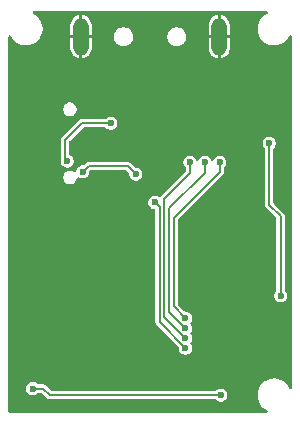
<source format=gbr>
%TF.GenerationSoftware,KiCad,Pcbnew,9.0.2+dfsg-1*%
%TF.CreationDate,2025-09-09T19:53:17+02:00*%
%TF.ProjectId,usb-dmx,7573622d-646d-4782-9e6b-696361645f70,1*%
%TF.SameCoordinates,Original*%
%TF.FileFunction,Copper,L2,Bot*%
%TF.FilePolarity,Positive*%
%FSLAX46Y46*%
G04 Gerber Fmt 4.6, Leading zero omitted, Abs format (unit mm)*
G04 Created by KiCad (PCBNEW 9.0.2+dfsg-1) date 2025-09-09 19:53:17*
%MOMM*%
%LPD*%
G01*
G04 APERTURE LIST*
%TA.AperFunction,HeatsinkPad*%
%ADD10O,1.300000X3.200000*%
%TD*%
%TA.AperFunction,ViaPad*%
%ADD11C,0.600000*%
%TD*%
%TA.AperFunction,Conductor*%
%ADD12C,0.200000*%
%TD*%
G04 APERTURE END LIST*
D10*
%TO.P,J2,5,Shield*%
%TO.N,GND*%
X94150000Y-62675000D03*
X105850000Y-62675000D03*
%TD*%
D11*
%TO.N,Net-(U3-EN)*%
X106000000Y-93000000D03*
X90050000Y-92450000D03*
%TO.N,1*%
X103000000Y-89050000D03*
X100412500Y-76700000D03*
%TO.N,2*%
X103365000Y-73275000D03*
X103000000Y-88200000D03*
%TO.N,4*%
X103000000Y-86500000D03*
X105905000Y-73275000D03*
%TO.N,GND*%
X110637500Y-87500000D03*
X96000000Y-89600000D03*
X111700000Y-83100000D03*
X90600000Y-69200000D03*
X107800000Y-83100000D03*
X106600000Y-67800000D03*
X111000000Y-66000000D03*
X105000000Y-86000000D03*
X103800000Y-61200000D03*
X107800000Y-62400000D03*
X90800000Y-81200000D03*
X101600000Y-91800000D03*
X100200000Y-63000000D03*
X105800000Y-65200000D03*
X92600000Y-91800000D03*
X91800000Y-62800000D03*
X92400000Y-86400000D03*
X100200000Y-70800000D03*
X96737500Y-68500000D03*
X89400000Y-73000000D03*
X109200000Y-79400000D03*
X96400000Y-61400000D03*
X104000000Y-77800000D03*
X109500000Y-85600000D03*
X104800000Y-71200000D03*
X97600000Y-74600000D03*
X99000000Y-82600000D03*
X111400000Y-74200000D03*
X108000000Y-93800000D03*
X98587500Y-76700000D03*
%TO.N,VCC_5V*%
X111050000Y-84600000D03*
X98800000Y-74300000D03*
X110100000Y-71700000D03*
X94290000Y-74100000D03*
%TO.N,3*%
X103000000Y-87350000D03*
X104635000Y-73275000D03*
%TO.N,Net-(J1-CC2)*%
X96687500Y-70000000D03*
X93000000Y-73200000D03*
%TD*%
D12*
%TO.N,Net-(U3-EN)*%
X91500000Y-93000000D02*
X106000000Y-93000000D01*
X90050000Y-92450000D02*
X90950000Y-92450000D01*
X90950000Y-92450000D02*
X91500000Y-93000000D01*
%TO.N,1*%
X100800000Y-77087500D02*
X100800000Y-86850000D01*
X100800000Y-86850000D02*
X103000000Y-89050000D01*
X100412500Y-76700000D02*
X100800000Y-77087500D01*
%TO.N,2*%
X103365000Y-74235000D02*
X101200000Y-76400000D01*
X101200000Y-76400000D02*
X101200000Y-86400000D01*
X103365000Y-73275000D02*
X103365000Y-74235000D01*
X101200000Y-86400000D02*
X103000000Y-88200000D01*
%TO.N,4*%
X102002000Y-85502000D02*
X103000000Y-86500000D01*
X102002000Y-77998000D02*
X102002000Y-85502000D01*
X105905000Y-74095000D02*
X102002000Y-77998000D01*
X105905000Y-73275000D02*
X105905000Y-74095000D01*
%TO.N,VCC_5V*%
X98800000Y-74300000D02*
X98099000Y-73599000D01*
X110100000Y-71700000D02*
X110100000Y-76900000D01*
X94791000Y-73599000D02*
X94290000Y-74100000D01*
X111050000Y-77850000D02*
X111050000Y-84600000D01*
X110100000Y-76900000D02*
X111050000Y-77850000D01*
X98099000Y-73599000D02*
X94791000Y-73599000D01*
%TO.N,3*%
X101601000Y-77199000D02*
X101601000Y-85951000D01*
X104635000Y-73275000D02*
X104635000Y-74165000D01*
X104635000Y-74165000D02*
X101601000Y-77199000D01*
X101601000Y-85951000D02*
X103000000Y-87350000D01*
%TO.N,Net-(J1-CC2)*%
X92800000Y-73000000D02*
X92800000Y-71400000D01*
X94200000Y-70000000D02*
X96687500Y-70000000D01*
X93000000Y-73200000D02*
X92800000Y-73000000D01*
X92800000Y-71400000D02*
X94200000Y-70000000D01*
%TD*%
%TA.AperFunction,Conductor*%
%TO.N,GND*%
G36*
X109908608Y-60520185D02*
G01*
X109954363Y-60572989D01*
X109964307Y-60642147D01*
X109935282Y-60705703D01*
X109897864Y-60734985D01*
X109765974Y-60802187D01*
X109587641Y-60931752D01*
X109587636Y-60931756D01*
X109431756Y-61087636D01*
X109431752Y-61087641D01*
X109302187Y-61265974D01*
X109202104Y-61462393D01*
X109202103Y-61462396D01*
X109133985Y-61672047D01*
X109099500Y-61889778D01*
X109099500Y-62110221D01*
X109133985Y-62327952D01*
X109202103Y-62537603D01*
X109202104Y-62537606D01*
X109302187Y-62734025D01*
X109431752Y-62912358D01*
X109431756Y-62912363D01*
X109587636Y-63068243D01*
X109587641Y-63068247D01*
X109743192Y-63181260D01*
X109765978Y-63197815D01*
X109894375Y-63263237D01*
X109962393Y-63297895D01*
X109962396Y-63297896D01*
X110067221Y-63331955D01*
X110172049Y-63366015D01*
X110389778Y-63400500D01*
X110389779Y-63400500D01*
X110610221Y-63400500D01*
X110610222Y-63400500D01*
X110827951Y-63366015D01*
X111037606Y-63297895D01*
X111234022Y-63197815D01*
X111412365Y-63068242D01*
X111568242Y-62912365D01*
X111697815Y-62734022D01*
X111765015Y-62602136D01*
X111812990Y-62551340D01*
X111880811Y-62534545D01*
X111946946Y-62557083D01*
X111990397Y-62611798D01*
X111999500Y-62658431D01*
X111999500Y-92341568D01*
X111979815Y-92408607D01*
X111927011Y-92454362D01*
X111857853Y-92464306D01*
X111794297Y-92435281D01*
X111765016Y-92397864D01*
X111697814Y-92265976D01*
X111568247Y-92087641D01*
X111568243Y-92087636D01*
X111412363Y-91931756D01*
X111412358Y-91931752D01*
X111234025Y-91802187D01*
X111234024Y-91802186D01*
X111234022Y-91802185D01*
X111171096Y-91770122D01*
X111037606Y-91702104D01*
X111037603Y-91702103D01*
X110827952Y-91633985D01*
X110719086Y-91616742D01*
X110610222Y-91599500D01*
X110389778Y-91599500D01*
X110317201Y-91610995D01*
X110172047Y-91633985D01*
X109962396Y-91702103D01*
X109962393Y-91702104D01*
X109765974Y-91802187D01*
X109587641Y-91931752D01*
X109587636Y-91931756D01*
X109431756Y-92087636D01*
X109431752Y-92087641D01*
X109302187Y-92265974D01*
X109202104Y-92462393D01*
X109202103Y-92462396D01*
X109133985Y-92672047D01*
X109099500Y-92889778D01*
X109099500Y-93110221D01*
X109133985Y-93327952D01*
X109202103Y-93537603D01*
X109202104Y-93537606D01*
X109302187Y-93734025D01*
X109431752Y-93912358D01*
X109431756Y-93912363D01*
X109587636Y-94068243D01*
X109587641Y-94068247D01*
X109743192Y-94181260D01*
X109765978Y-94197815D01*
X109894915Y-94263512D01*
X109897864Y-94265015D01*
X109948660Y-94312990D01*
X109965455Y-94380811D01*
X109942917Y-94446946D01*
X109888202Y-94490397D01*
X109841569Y-94499500D01*
X88124500Y-94499500D01*
X88057461Y-94479815D01*
X88011706Y-94427011D01*
X88000500Y-94375500D01*
X88000500Y-92377525D01*
X89499500Y-92377525D01*
X89499500Y-92522475D01*
X89533537Y-92649500D01*
X89537017Y-92662488D01*
X89609488Y-92788011D01*
X89609490Y-92788013D01*
X89609491Y-92788015D01*
X89711985Y-92890509D01*
X89711986Y-92890510D01*
X89711988Y-92890511D01*
X89837511Y-92962982D01*
X89837512Y-92962982D01*
X89837515Y-92962984D01*
X89977525Y-93000500D01*
X89977528Y-93000500D01*
X90122472Y-93000500D01*
X90122475Y-93000500D01*
X90262485Y-92962984D01*
X90388015Y-92890509D01*
X90441705Y-92836819D01*
X90468632Y-92822115D01*
X90494451Y-92805523D01*
X90500651Y-92804631D01*
X90503028Y-92803334D01*
X90529386Y-92800500D01*
X90753456Y-92800500D01*
X90820495Y-92820185D01*
X90841137Y-92836819D01*
X91284787Y-93280469D01*
X91347965Y-93316945D01*
X91347966Y-93316946D01*
X91358213Y-93322861D01*
X91364712Y-93326614D01*
X91453856Y-93350500D01*
X105520614Y-93350500D01*
X105587653Y-93370185D01*
X105608295Y-93386819D01*
X105661985Y-93440509D01*
X105661986Y-93440510D01*
X105661988Y-93440511D01*
X105787511Y-93512982D01*
X105787512Y-93512982D01*
X105787515Y-93512984D01*
X105927525Y-93550500D01*
X105927528Y-93550500D01*
X106072472Y-93550500D01*
X106072475Y-93550500D01*
X106212485Y-93512984D01*
X106338015Y-93440509D01*
X106440509Y-93338015D01*
X106512984Y-93212485D01*
X106550500Y-93072475D01*
X106550500Y-92927525D01*
X106512984Y-92787515D01*
X106446319Y-92672049D01*
X106440511Y-92661988D01*
X106440506Y-92661982D01*
X106338017Y-92559493D01*
X106338011Y-92559488D01*
X106212488Y-92487017D01*
X106212489Y-92487017D01*
X106201006Y-92483940D01*
X106072475Y-92449500D01*
X105927525Y-92449500D01*
X105798993Y-92483940D01*
X105787511Y-92487017D01*
X105661988Y-92559488D01*
X105661982Y-92559493D01*
X105608295Y-92613181D01*
X105546972Y-92646666D01*
X105520614Y-92649500D01*
X91696544Y-92649500D01*
X91629505Y-92629815D01*
X91608863Y-92613181D01*
X91165213Y-92169531D01*
X91165208Y-92169527D01*
X91085290Y-92123387D01*
X91085289Y-92123386D01*
X91085288Y-92123386D01*
X90996144Y-92099500D01*
X90996143Y-92099500D01*
X90529386Y-92099500D01*
X90462347Y-92079815D01*
X90441705Y-92063181D01*
X90388017Y-92009493D01*
X90388011Y-92009488D01*
X90262488Y-91937017D01*
X90262489Y-91937017D01*
X90242862Y-91931758D01*
X90122475Y-91899500D01*
X89977525Y-91899500D01*
X89857138Y-91931758D01*
X89837511Y-91937017D01*
X89711988Y-92009488D01*
X89711982Y-92009493D01*
X89609493Y-92111982D01*
X89609488Y-92111988D01*
X89537017Y-92237511D01*
X89537016Y-92237515D01*
X89499500Y-92377525D01*
X88000500Y-92377525D01*
X88000500Y-76627525D01*
X99862000Y-76627525D01*
X99862000Y-76772475D01*
X99867001Y-76791137D01*
X99899517Y-76912488D01*
X99971988Y-77038011D01*
X99971990Y-77038013D01*
X99971991Y-77038015D01*
X100074485Y-77140509D01*
X100074486Y-77140510D01*
X100074488Y-77140511D01*
X100200011Y-77212982D01*
X100200012Y-77212982D01*
X100200015Y-77212984D01*
X100340025Y-77250500D01*
X100340032Y-77250500D01*
X100341680Y-77250717D01*
X100342974Y-77251289D01*
X100347876Y-77252603D01*
X100347671Y-77253367D01*
X100405578Y-77278981D01*
X100444052Y-77337304D01*
X100449500Y-77373657D01*
X100449500Y-86896144D01*
X100461388Y-86940511D01*
X100473384Y-86985285D01*
X100473385Y-86985286D01*
X100519527Y-87065208D01*
X100519531Y-87065213D01*
X102413181Y-88958863D01*
X102446666Y-89020186D01*
X102449500Y-89046544D01*
X102449500Y-89122475D01*
X102487016Y-89262485D01*
X102487017Y-89262488D01*
X102559488Y-89388011D01*
X102559490Y-89388013D01*
X102559491Y-89388015D01*
X102661985Y-89490509D01*
X102661986Y-89490510D01*
X102661988Y-89490511D01*
X102787511Y-89562982D01*
X102787512Y-89562982D01*
X102787515Y-89562984D01*
X102927525Y-89600500D01*
X102927528Y-89600500D01*
X103072472Y-89600500D01*
X103072475Y-89600500D01*
X103212485Y-89562984D01*
X103338015Y-89490509D01*
X103440509Y-89388015D01*
X103512984Y-89262485D01*
X103550500Y-89122475D01*
X103550500Y-88977525D01*
X103512984Y-88837515D01*
X103440509Y-88711985D01*
X103440507Y-88711983D01*
X103435562Y-88705539D01*
X103436790Y-88704596D01*
X103407720Y-88651358D01*
X103412704Y-88581666D01*
X103436267Y-88545002D01*
X103435562Y-88544461D01*
X103440504Y-88538019D01*
X103440509Y-88538015D01*
X103512984Y-88412485D01*
X103550500Y-88272475D01*
X103550500Y-88127525D01*
X103512984Y-87987515D01*
X103440509Y-87861985D01*
X103440507Y-87861983D01*
X103435562Y-87855539D01*
X103436790Y-87854596D01*
X103407720Y-87801358D01*
X103412704Y-87731666D01*
X103436267Y-87695002D01*
X103435562Y-87694461D01*
X103440504Y-87688019D01*
X103440509Y-87688015D01*
X103512984Y-87562485D01*
X103550500Y-87422475D01*
X103550500Y-87277525D01*
X103512984Y-87137515D01*
X103471240Y-87065213D01*
X103440511Y-87011988D01*
X103435562Y-87005539D01*
X103436790Y-87004596D01*
X103407720Y-86951358D01*
X103412704Y-86881666D01*
X103436267Y-86845002D01*
X103435562Y-86844461D01*
X103440504Y-86838019D01*
X103440509Y-86838015D01*
X103512984Y-86712485D01*
X103550500Y-86572475D01*
X103550500Y-86427525D01*
X103512984Y-86287515D01*
X103440509Y-86161985D01*
X103338015Y-86059491D01*
X103338013Y-86059490D01*
X103338011Y-86059488D01*
X103212488Y-85987017D01*
X103212489Y-85987017D01*
X103201006Y-85983940D01*
X103072475Y-85949500D01*
X103072472Y-85949500D01*
X102996544Y-85949500D01*
X102929505Y-85929815D01*
X102908863Y-85913181D01*
X102388819Y-85393137D01*
X102355334Y-85331814D01*
X102352500Y-85305456D01*
X102352500Y-78194544D01*
X102372185Y-78127505D01*
X102388819Y-78106863D01*
X104243682Y-76252000D01*
X106185470Y-74310212D01*
X106231614Y-74230288D01*
X106255500Y-74141143D01*
X106255500Y-74048856D01*
X106255500Y-73754386D01*
X106275185Y-73687347D01*
X106291819Y-73666705D01*
X106318018Y-73640506D01*
X106345509Y-73613015D01*
X106417984Y-73487485D01*
X106455500Y-73347475D01*
X106455500Y-73202525D01*
X106417984Y-73062515D01*
X106374680Y-72987511D01*
X106345511Y-72936988D01*
X106345506Y-72936982D01*
X106243017Y-72834493D01*
X106243011Y-72834488D01*
X106117488Y-72762017D01*
X106117489Y-72762017D01*
X106106006Y-72758940D01*
X105977475Y-72724500D01*
X105832525Y-72724500D01*
X105703993Y-72758940D01*
X105692511Y-72762017D01*
X105566988Y-72834488D01*
X105566982Y-72834493D01*
X105464493Y-72936982D01*
X105464488Y-72936988D01*
X105392017Y-73062511D01*
X105392015Y-73062516D01*
X105389774Y-73070881D01*
X105353409Y-73130541D01*
X105290561Y-73161069D01*
X105221186Y-73152774D01*
X105167309Y-73108288D01*
X105150226Y-73070881D01*
X105147984Y-73062516D01*
X105147982Y-73062511D01*
X105075511Y-72936988D01*
X105075506Y-72936982D01*
X104973017Y-72834493D01*
X104973011Y-72834488D01*
X104847488Y-72762017D01*
X104847489Y-72762017D01*
X104836006Y-72758940D01*
X104707475Y-72724500D01*
X104562525Y-72724500D01*
X104433993Y-72758940D01*
X104422511Y-72762017D01*
X104296988Y-72834488D01*
X104296982Y-72834493D01*
X104194493Y-72936982D01*
X104194488Y-72936988D01*
X104122017Y-73062511D01*
X104122015Y-73062516D01*
X104119774Y-73070881D01*
X104083409Y-73130541D01*
X104020561Y-73161069D01*
X103951186Y-73152774D01*
X103897309Y-73108288D01*
X103880226Y-73070881D01*
X103877984Y-73062516D01*
X103877982Y-73062511D01*
X103805511Y-72936988D01*
X103805506Y-72936982D01*
X103703017Y-72834493D01*
X103703011Y-72834488D01*
X103577488Y-72762017D01*
X103577489Y-72762017D01*
X103566006Y-72758940D01*
X103437475Y-72724500D01*
X103292525Y-72724500D01*
X103163993Y-72758940D01*
X103152511Y-72762017D01*
X103026988Y-72834488D01*
X103026982Y-72834493D01*
X102924493Y-72936982D01*
X102924488Y-72936988D01*
X102852017Y-73062511D01*
X102852016Y-73062515D01*
X102814500Y-73202525D01*
X102814500Y-73347475D01*
X102849775Y-73479120D01*
X102852017Y-73487488D01*
X102924488Y-73613011D01*
X102924493Y-73613017D01*
X102978181Y-73666705D01*
X103011666Y-73728028D01*
X103014500Y-73754386D01*
X103014500Y-74038456D01*
X102994815Y-74105495D01*
X102978181Y-74126137D01*
X100919532Y-76184785D01*
X100919528Y-76184791D01*
X100906926Y-76206617D01*
X100856357Y-76254831D01*
X100787750Y-76268051D01*
X100737541Y-76252000D01*
X100624988Y-76187017D01*
X100624989Y-76187017D01*
X100613506Y-76183940D01*
X100484975Y-76149500D01*
X100340025Y-76149500D01*
X100211493Y-76183940D01*
X100200011Y-76187017D01*
X100074488Y-76259488D01*
X100074482Y-76259493D01*
X99971993Y-76361982D01*
X99971988Y-76361988D01*
X99899517Y-76487511D01*
X99899516Y-76487515D01*
X99862000Y-76627525D01*
X88000500Y-76627525D01*
X88000500Y-74514234D01*
X92639500Y-74514234D01*
X92639500Y-74665765D01*
X92678719Y-74812136D01*
X92679209Y-74812984D01*
X92754485Y-74943365D01*
X92861635Y-75050515D01*
X92992865Y-75126281D01*
X93139234Y-75165500D01*
X93139236Y-75165500D01*
X93290764Y-75165500D01*
X93290766Y-75165500D01*
X93437135Y-75126281D01*
X93568365Y-75050515D01*
X93675515Y-74943365D01*
X93751281Y-74812135D01*
X93790500Y-74665766D01*
X93790500Y-74662049D01*
X93791386Y-74659028D01*
X93791561Y-74657706D01*
X93791767Y-74657733D01*
X93810185Y-74595010D01*
X93862989Y-74549255D01*
X93932147Y-74539311D01*
X93976499Y-74554662D01*
X94020783Y-74580229D01*
X94077509Y-74612981D01*
X94077510Y-74612982D01*
X94077512Y-74612982D01*
X94077515Y-74612984D01*
X94217525Y-74650500D01*
X94217528Y-74650500D01*
X94362472Y-74650500D01*
X94362475Y-74650500D01*
X94502485Y-74612984D01*
X94628015Y-74540509D01*
X94730509Y-74438015D01*
X94802984Y-74312485D01*
X94840500Y-74172475D01*
X94840500Y-74096544D01*
X94849144Y-74067103D01*
X94855668Y-74037117D01*
X94859422Y-74032101D01*
X94860185Y-74029505D01*
X94876819Y-74008863D01*
X94899863Y-73985819D01*
X94961186Y-73952334D01*
X94987544Y-73949500D01*
X97902456Y-73949500D01*
X97969495Y-73969185D01*
X97990137Y-73985819D01*
X98213181Y-74208863D01*
X98246666Y-74270186D01*
X98249500Y-74296544D01*
X98249500Y-74372475D01*
X98270330Y-74450212D01*
X98287017Y-74512488D01*
X98359488Y-74638011D01*
X98359490Y-74638013D01*
X98359491Y-74638015D01*
X98461985Y-74740509D01*
X98461986Y-74740510D01*
X98461988Y-74740511D01*
X98587511Y-74812982D01*
X98587512Y-74812982D01*
X98587515Y-74812984D01*
X98727525Y-74850500D01*
X98727528Y-74850500D01*
X98872472Y-74850500D01*
X98872475Y-74850500D01*
X99012485Y-74812984D01*
X99138015Y-74740509D01*
X99240509Y-74638015D01*
X99312984Y-74512485D01*
X99350500Y-74372475D01*
X99350500Y-74227525D01*
X99312984Y-74087515D01*
X99282881Y-74035376D01*
X99240511Y-73961988D01*
X99240506Y-73961982D01*
X99138017Y-73859493D01*
X99138011Y-73859488D01*
X99012488Y-73787017D01*
X99012489Y-73787017D01*
X99001006Y-73783940D01*
X98872475Y-73749500D01*
X98872472Y-73749500D01*
X98796544Y-73749500D01*
X98729505Y-73729815D01*
X98708863Y-73713181D01*
X98314213Y-73318531D01*
X98314208Y-73318527D01*
X98234290Y-73272387D01*
X98234289Y-73272386D01*
X98234288Y-73272386D01*
X98145144Y-73248500D01*
X94744856Y-73248500D01*
X94655712Y-73272386D01*
X94655709Y-73272387D01*
X94575791Y-73318527D01*
X94575786Y-73318531D01*
X94381137Y-73513181D01*
X94319814Y-73546666D01*
X94293456Y-73549500D01*
X94217525Y-73549500D01*
X94088993Y-73583940D01*
X94077511Y-73587017D01*
X93951988Y-73659488D01*
X93951982Y-73659493D01*
X93849493Y-73761982D01*
X93849488Y-73761988D01*
X93777017Y-73887511D01*
X93777016Y-73887515D01*
X93755133Y-73969185D01*
X93739499Y-74027530D01*
X93739157Y-74030128D01*
X93738260Y-74032154D01*
X93737397Y-74035376D01*
X93736894Y-74035241D01*
X93710884Y-74094022D01*
X93652556Y-74132487D01*
X93582691Y-74133312D01*
X93554223Y-74121320D01*
X93460317Y-74067103D01*
X93437136Y-74053719D01*
X93356652Y-74032154D01*
X93290766Y-74014500D01*
X93139234Y-74014500D01*
X92992863Y-74053719D01*
X92861635Y-74129485D01*
X92861632Y-74129487D01*
X92754487Y-74236632D01*
X92754485Y-74236635D01*
X92678719Y-74367863D01*
X92639500Y-74514234D01*
X88000500Y-74514234D01*
X88000500Y-71353856D01*
X92449500Y-71353856D01*
X92449500Y-73046143D01*
X92451805Y-73054747D01*
X92451805Y-73118919D01*
X92449500Y-73127520D01*
X92449500Y-73127525D01*
X92449500Y-73272475D01*
X92482927Y-73397225D01*
X92487017Y-73412488D01*
X92559488Y-73538011D01*
X92559490Y-73538013D01*
X92559491Y-73538015D01*
X92661985Y-73640509D01*
X92661986Y-73640510D01*
X92661988Y-73640511D01*
X92787511Y-73712982D01*
X92787512Y-73712982D01*
X92787515Y-73712984D01*
X92927525Y-73750500D01*
X92927528Y-73750500D01*
X93072472Y-73750500D01*
X93072475Y-73750500D01*
X93212485Y-73712984D01*
X93338015Y-73640509D01*
X93440509Y-73538015D01*
X93512984Y-73412485D01*
X93550500Y-73272475D01*
X93550500Y-73127525D01*
X93512984Y-72987515D01*
X93483810Y-72936985D01*
X93440511Y-72861988D01*
X93440506Y-72861982D01*
X93338017Y-72759493D01*
X93338015Y-72759491D01*
X93212499Y-72687024D01*
X93164284Y-72636457D01*
X93150500Y-72579637D01*
X93150500Y-71627525D01*
X109549500Y-71627525D01*
X109549500Y-71772475D01*
X109587016Y-71912485D01*
X109587017Y-71912488D01*
X109659488Y-72038011D01*
X109659493Y-72038017D01*
X109713181Y-72091705D01*
X109746666Y-72153028D01*
X109749500Y-72179386D01*
X109749500Y-76946144D01*
X109759581Y-76983768D01*
X109759587Y-76983789D01*
X109773385Y-77035287D01*
X109819527Y-77115208D01*
X109819531Y-77115213D01*
X110663181Y-77958863D01*
X110696666Y-78020186D01*
X110699500Y-78046544D01*
X110699500Y-84120614D01*
X110679815Y-84187653D01*
X110663181Y-84208295D01*
X110609493Y-84261982D01*
X110609488Y-84261988D01*
X110537017Y-84387511D01*
X110537016Y-84387515D01*
X110499500Y-84527525D01*
X110499500Y-84672475D01*
X110537016Y-84812485D01*
X110537017Y-84812488D01*
X110609488Y-84938011D01*
X110609490Y-84938013D01*
X110609491Y-84938015D01*
X110711985Y-85040509D01*
X110711986Y-85040510D01*
X110711988Y-85040511D01*
X110837511Y-85112982D01*
X110837512Y-85112982D01*
X110837515Y-85112984D01*
X110977525Y-85150500D01*
X110977528Y-85150500D01*
X111122472Y-85150500D01*
X111122475Y-85150500D01*
X111262485Y-85112984D01*
X111388015Y-85040509D01*
X111490509Y-84938015D01*
X111562984Y-84812485D01*
X111600500Y-84672475D01*
X111600500Y-84527525D01*
X111562984Y-84387515D01*
X111490509Y-84261985D01*
X111436819Y-84208295D01*
X111403334Y-84146972D01*
X111400500Y-84120614D01*
X111400500Y-77803858D01*
X111400500Y-77803856D01*
X111376614Y-77714712D01*
X111330470Y-77634788D01*
X110486819Y-76791137D01*
X110453334Y-76729814D01*
X110450500Y-76703456D01*
X110450500Y-72179386D01*
X110470185Y-72112347D01*
X110486819Y-72091705D01*
X110540509Y-72038015D01*
X110612984Y-71912485D01*
X110650500Y-71772475D01*
X110650500Y-71627525D01*
X110612984Y-71487515D01*
X110540509Y-71361985D01*
X110438015Y-71259491D01*
X110438013Y-71259490D01*
X110438011Y-71259488D01*
X110312488Y-71187017D01*
X110312489Y-71187017D01*
X110301006Y-71183940D01*
X110172475Y-71149500D01*
X110027525Y-71149500D01*
X109898993Y-71183940D01*
X109887511Y-71187017D01*
X109761988Y-71259488D01*
X109761982Y-71259493D01*
X109659493Y-71361982D01*
X109659488Y-71361988D01*
X109587017Y-71487511D01*
X109587016Y-71487515D01*
X109549500Y-71627525D01*
X93150500Y-71627525D01*
X93150500Y-71596544D01*
X93170185Y-71529505D01*
X93186819Y-71508863D01*
X94308863Y-70386819D01*
X94370186Y-70353334D01*
X94396544Y-70350500D01*
X96208114Y-70350500D01*
X96275153Y-70370185D01*
X96295795Y-70386819D01*
X96349485Y-70440509D01*
X96349486Y-70440510D01*
X96349488Y-70440511D01*
X96475011Y-70512982D01*
X96475012Y-70512982D01*
X96475015Y-70512984D01*
X96615025Y-70550500D01*
X96615028Y-70550500D01*
X96759972Y-70550500D01*
X96759975Y-70550500D01*
X96899985Y-70512984D01*
X97025515Y-70440509D01*
X97128009Y-70338015D01*
X97200484Y-70212485D01*
X97238000Y-70072475D01*
X97238000Y-69927525D01*
X97200484Y-69787515D01*
X97161233Y-69719531D01*
X97128011Y-69661988D01*
X97128006Y-69661982D01*
X97025517Y-69559493D01*
X97025511Y-69559488D01*
X96899988Y-69487017D01*
X96899989Y-69487017D01*
X96888506Y-69483940D01*
X96759975Y-69449500D01*
X96615025Y-69449500D01*
X96486493Y-69483940D01*
X96475011Y-69487017D01*
X96349488Y-69559488D01*
X96349482Y-69559493D01*
X96295795Y-69613181D01*
X96234472Y-69646666D01*
X96208114Y-69649500D01*
X94153856Y-69649500D01*
X94064712Y-69673386D01*
X94064709Y-69673387D01*
X93984791Y-69719527D01*
X93984786Y-69719531D01*
X92519532Y-71184785D01*
X92519527Y-71184791D01*
X92476401Y-71259487D01*
X92476402Y-71259488D01*
X92473385Y-71264713D01*
X92449500Y-71353856D01*
X88000500Y-71353856D01*
X88000500Y-68734234D01*
X92639500Y-68734234D01*
X92639500Y-68885765D01*
X92678719Y-69032136D01*
X92716602Y-69097750D01*
X92754485Y-69163365D01*
X92861635Y-69270515D01*
X92992865Y-69346281D01*
X93139234Y-69385500D01*
X93139236Y-69385500D01*
X93290764Y-69385500D01*
X93290766Y-69385500D01*
X93437135Y-69346281D01*
X93568365Y-69270515D01*
X93675515Y-69163365D01*
X93751281Y-69032135D01*
X93790500Y-68885766D01*
X93790500Y-68734234D01*
X93751281Y-68587865D01*
X93675515Y-68456635D01*
X93568365Y-68349485D01*
X93502750Y-68311602D01*
X93437136Y-68273719D01*
X93363950Y-68254109D01*
X93290766Y-68234500D01*
X93139234Y-68234500D01*
X92992863Y-68273719D01*
X92861635Y-68349485D01*
X92861632Y-68349487D01*
X92754487Y-68456632D01*
X92754485Y-68456635D01*
X92678719Y-68587863D01*
X92639500Y-68734234D01*
X88000500Y-68734234D01*
X88000500Y-62658431D01*
X88020185Y-62591392D01*
X88072989Y-62545637D01*
X88142147Y-62535693D01*
X88205703Y-62564718D01*
X88234985Y-62602136D01*
X88302187Y-62734025D01*
X88431752Y-62912358D01*
X88431756Y-62912363D01*
X88587636Y-63068243D01*
X88587641Y-63068247D01*
X88743192Y-63181260D01*
X88765978Y-63197815D01*
X88894375Y-63263237D01*
X88962393Y-63297895D01*
X88962396Y-63297896D01*
X89067221Y-63331955D01*
X89172049Y-63366015D01*
X89389778Y-63400500D01*
X89389779Y-63400500D01*
X89610221Y-63400500D01*
X89610222Y-63400500D01*
X89827951Y-63366015D01*
X90037606Y-63297895D01*
X90234022Y-63197815D01*
X90412365Y-63068242D01*
X90568242Y-62912365D01*
X90697815Y-62734022D01*
X90706167Y-62717629D01*
X90719053Y-62692342D01*
X90797895Y-62537606D01*
X90797896Y-62537603D01*
X90852648Y-62369090D01*
X90866015Y-62327951D01*
X90900500Y-62110222D01*
X90900500Y-61889778D01*
X90866015Y-61672049D01*
X90866014Y-61672045D01*
X90866014Y-61672043D01*
X90864888Y-61668577D01*
X90854418Y-61636353D01*
X93250000Y-61636353D01*
X93250000Y-62550000D01*
X93800000Y-62550000D01*
X93800000Y-62800000D01*
X93250000Y-62800000D01*
X93250000Y-63713646D01*
X93284584Y-63887512D01*
X93284586Y-63887520D01*
X93352428Y-64051307D01*
X93352433Y-64051316D01*
X93450923Y-64198716D01*
X93450926Y-64198720D01*
X93576279Y-64324073D01*
X93576283Y-64324076D01*
X93723683Y-64422566D01*
X93723692Y-64422571D01*
X93887479Y-64490413D01*
X93887487Y-64490415D01*
X94024999Y-64517768D01*
X94025000Y-64517768D01*
X94025000Y-63903852D01*
X94103922Y-63925000D01*
X94196078Y-63925000D01*
X94275000Y-63903852D01*
X94275000Y-64517768D01*
X94412512Y-64490415D01*
X94412520Y-64490413D01*
X94576307Y-64422571D01*
X94576316Y-64422566D01*
X94723716Y-64324076D01*
X94723720Y-64324073D01*
X94849073Y-64198720D01*
X94849076Y-64198716D01*
X94947566Y-64051316D01*
X94947571Y-64051307D01*
X95015413Y-63887520D01*
X95015415Y-63887512D01*
X95049999Y-63713646D01*
X95050000Y-63713643D01*
X95050000Y-62800000D01*
X94500000Y-62800000D01*
X94500000Y-62596153D01*
X96949500Y-62596153D01*
X96949500Y-62753846D01*
X96980261Y-62908489D01*
X96980264Y-62908501D01*
X97040602Y-63054172D01*
X97040609Y-63054185D01*
X97128210Y-63185288D01*
X97128213Y-63185292D01*
X97239707Y-63296786D01*
X97239711Y-63296789D01*
X97370814Y-63384390D01*
X97370827Y-63384397D01*
X97516498Y-63444735D01*
X97516503Y-63444737D01*
X97671153Y-63475499D01*
X97671156Y-63475500D01*
X97671158Y-63475500D01*
X97828844Y-63475500D01*
X97828845Y-63475499D01*
X97983497Y-63444737D01*
X98129179Y-63384394D01*
X98260289Y-63296789D01*
X98371789Y-63185289D01*
X98459394Y-63054179D01*
X98519737Y-62908497D01*
X98550500Y-62753842D01*
X98550500Y-62596158D01*
X98550500Y-62596155D01*
X98550499Y-62596153D01*
X101449500Y-62596153D01*
X101449500Y-62753846D01*
X101480261Y-62908489D01*
X101480264Y-62908501D01*
X101540602Y-63054172D01*
X101540609Y-63054185D01*
X101628210Y-63185288D01*
X101628213Y-63185292D01*
X101739707Y-63296786D01*
X101739711Y-63296789D01*
X101870814Y-63384390D01*
X101870827Y-63384397D01*
X102016498Y-63444735D01*
X102016503Y-63444737D01*
X102171153Y-63475499D01*
X102171156Y-63475500D01*
X102171158Y-63475500D01*
X102328844Y-63475500D01*
X102328845Y-63475499D01*
X102483497Y-63444737D01*
X102629179Y-63384394D01*
X102760289Y-63296789D01*
X102871789Y-63185289D01*
X102959394Y-63054179D01*
X103019737Y-62908497D01*
X103050500Y-62753842D01*
X103050500Y-62596158D01*
X103050500Y-62596155D01*
X103050499Y-62596153D01*
X103041585Y-62551340D01*
X103019737Y-62441503D01*
X102968144Y-62316945D01*
X102959397Y-62295827D01*
X102959390Y-62295814D01*
X102871789Y-62164711D01*
X102871786Y-62164707D01*
X102760292Y-62053213D01*
X102760288Y-62053210D01*
X102629185Y-61965609D01*
X102629172Y-61965602D01*
X102483501Y-61905264D01*
X102483489Y-61905261D01*
X102328845Y-61874500D01*
X102328842Y-61874500D01*
X102171158Y-61874500D01*
X102171155Y-61874500D01*
X102016510Y-61905261D01*
X102016498Y-61905264D01*
X101870827Y-61965602D01*
X101870814Y-61965609D01*
X101739711Y-62053210D01*
X101739707Y-62053213D01*
X101628213Y-62164707D01*
X101628210Y-62164711D01*
X101540609Y-62295814D01*
X101540602Y-62295827D01*
X101480264Y-62441498D01*
X101480261Y-62441510D01*
X101449500Y-62596153D01*
X98550499Y-62596153D01*
X98541585Y-62551340D01*
X98519737Y-62441503D01*
X98468144Y-62316945D01*
X98459397Y-62295827D01*
X98459390Y-62295814D01*
X98371789Y-62164711D01*
X98371786Y-62164707D01*
X98260292Y-62053213D01*
X98260288Y-62053210D01*
X98129185Y-61965609D01*
X98129172Y-61965602D01*
X97983501Y-61905264D01*
X97983489Y-61905261D01*
X97828845Y-61874500D01*
X97828842Y-61874500D01*
X97671158Y-61874500D01*
X97671155Y-61874500D01*
X97516510Y-61905261D01*
X97516498Y-61905264D01*
X97370827Y-61965602D01*
X97370814Y-61965609D01*
X97239711Y-62053210D01*
X97239707Y-62053213D01*
X97128213Y-62164707D01*
X97128210Y-62164711D01*
X97040609Y-62295814D01*
X97040602Y-62295827D01*
X96980264Y-62441498D01*
X96980261Y-62441510D01*
X96949500Y-62596153D01*
X94500000Y-62596153D01*
X94500000Y-62550000D01*
X95050000Y-62550000D01*
X95050000Y-61636357D01*
X95049999Y-61636353D01*
X104950000Y-61636353D01*
X104950000Y-62550000D01*
X105500000Y-62550000D01*
X105500000Y-62800000D01*
X104950000Y-62800000D01*
X104950000Y-63713646D01*
X104984584Y-63887512D01*
X104984586Y-63887520D01*
X105052428Y-64051307D01*
X105052433Y-64051316D01*
X105150923Y-64198716D01*
X105150926Y-64198720D01*
X105276279Y-64324073D01*
X105276283Y-64324076D01*
X105423683Y-64422566D01*
X105423692Y-64422571D01*
X105587479Y-64490413D01*
X105587487Y-64490415D01*
X105724999Y-64517768D01*
X105725000Y-64517768D01*
X105725000Y-63903852D01*
X105803922Y-63925000D01*
X105896078Y-63925000D01*
X105975000Y-63903852D01*
X105975000Y-64517768D01*
X106112512Y-64490415D01*
X106112520Y-64490413D01*
X106276307Y-64422571D01*
X106276316Y-64422566D01*
X106423716Y-64324076D01*
X106423720Y-64324073D01*
X106549073Y-64198720D01*
X106549076Y-64198716D01*
X106647566Y-64051316D01*
X106647571Y-64051307D01*
X106715413Y-63887520D01*
X106715415Y-63887512D01*
X106749999Y-63713646D01*
X106750000Y-63713643D01*
X106750000Y-62800000D01*
X106200000Y-62800000D01*
X106200000Y-62550000D01*
X106750000Y-62550000D01*
X106750000Y-61636357D01*
X106749999Y-61636353D01*
X106715415Y-61462487D01*
X106715413Y-61462479D01*
X106647571Y-61298692D01*
X106647566Y-61298683D01*
X106549076Y-61151283D01*
X106549073Y-61151279D01*
X106423720Y-61025926D01*
X106423716Y-61025923D01*
X106276316Y-60927433D01*
X106276307Y-60927428D01*
X106112520Y-60859586D01*
X106112514Y-60859584D01*
X105975000Y-60832230D01*
X105975000Y-61446147D01*
X105896078Y-61425000D01*
X105803922Y-61425000D01*
X105725000Y-61446147D01*
X105725000Y-60832231D01*
X105724999Y-60832230D01*
X105587485Y-60859584D01*
X105587479Y-60859586D01*
X105423692Y-60927428D01*
X105423683Y-60927433D01*
X105276283Y-61025923D01*
X105276279Y-61025926D01*
X105150926Y-61151279D01*
X105150923Y-61151283D01*
X105052433Y-61298683D01*
X105052428Y-61298692D01*
X104984586Y-61462479D01*
X104984584Y-61462487D01*
X104950000Y-61636353D01*
X95049999Y-61636353D01*
X95015415Y-61462487D01*
X95015413Y-61462479D01*
X94947571Y-61298692D01*
X94947566Y-61298683D01*
X94849076Y-61151283D01*
X94849073Y-61151279D01*
X94723720Y-61025926D01*
X94723716Y-61025923D01*
X94576316Y-60927433D01*
X94576307Y-60927428D01*
X94412520Y-60859586D01*
X94412514Y-60859584D01*
X94275000Y-60832230D01*
X94275000Y-61446147D01*
X94196078Y-61425000D01*
X94103922Y-61425000D01*
X94025000Y-61446147D01*
X94025000Y-60832231D01*
X94024999Y-60832230D01*
X93887485Y-60859584D01*
X93887479Y-60859586D01*
X93723692Y-60927428D01*
X93723683Y-60927433D01*
X93576283Y-61025923D01*
X93576279Y-61025926D01*
X93450926Y-61151279D01*
X93450923Y-61151283D01*
X93352433Y-61298683D01*
X93352428Y-61298692D01*
X93284586Y-61462479D01*
X93284584Y-61462487D01*
X93250000Y-61636353D01*
X90854418Y-61636353D01*
X90797896Y-61462396D01*
X90797895Y-61462393D01*
X90736330Y-61341568D01*
X90697815Y-61265978D01*
X90614482Y-61151279D01*
X90568247Y-61087641D01*
X90568243Y-61087636D01*
X90412363Y-60931756D01*
X90412358Y-60931752D01*
X90234025Y-60802187D01*
X90234024Y-60802186D01*
X90234022Y-60802185D01*
X90102136Y-60734985D01*
X90051340Y-60687010D01*
X90034545Y-60619189D01*
X90057083Y-60553054D01*
X90111798Y-60509603D01*
X90158431Y-60500500D01*
X109841569Y-60500500D01*
X109908608Y-60520185D01*
G37*
%TD.AperFunction*%
%TD*%
M02*

</source>
